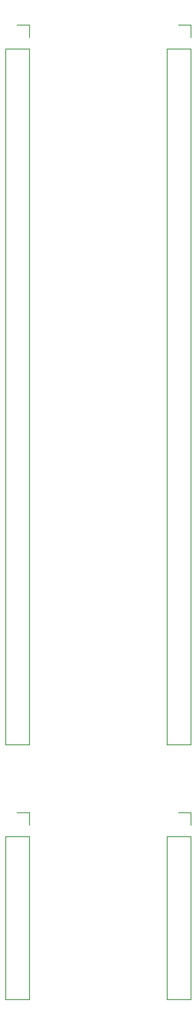
<source format=gbr>
G04 #@! TF.GenerationSoftware,KiCad,Pcbnew,(5.1.8)-1*
G04 #@! TF.CreationDate,2022-11-03T13:18:07-06:00*
G04 #@! TF.ProjectId,Breadboard Adapter,42726561-6462-46f6-9172-642041646170,rev?*
G04 #@! TF.SameCoordinates,Original*
G04 #@! TF.FileFunction,Legend,Bot*
G04 #@! TF.FilePolarity,Positive*
%FSLAX46Y46*%
G04 Gerber Fmt 4.6, Leading zero omitted, Abs format (unit mm)*
G04 Created by KiCad (PCBNEW (5.1.8)-1) date 2022-11-03 13:18:07*
%MOMM*%
%LPD*%
G01*
G04 APERTURE LIST*
%ADD10C,0.120000*%
G04 APERTURE END LIST*
D10*
G04 #@! TO.C,J6*
X113090000Y-123130000D02*
X111760000Y-123130000D01*
X113090000Y-124460000D02*
X113090000Y-123130000D01*
X113090000Y-125730000D02*
X110430000Y-125730000D01*
X110430000Y-125730000D02*
X110430000Y-143570000D01*
X113090000Y-125730000D02*
X113090000Y-143570000D01*
X113090000Y-143570000D02*
X110430000Y-143570000D01*
G04 #@! TO.C,J5*
X95310000Y-123130000D02*
X93980000Y-123130000D01*
X95310000Y-124460000D02*
X95310000Y-123130000D01*
X95310000Y-125730000D02*
X92650000Y-125730000D01*
X92650000Y-125730000D02*
X92650000Y-143570000D01*
X95310000Y-125730000D02*
X95310000Y-143570000D01*
X95310000Y-143570000D02*
X92650000Y-143570000D01*
G04 #@! TO.C,J4*
X113090000Y-36770000D02*
X111760000Y-36770000D01*
X113090000Y-38100000D02*
X113090000Y-36770000D01*
X113090000Y-39370000D02*
X110430000Y-39370000D01*
X110430000Y-39370000D02*
X110430000Y-115630000D01*
X113090000Y-39370000D02*
X113090000Y-115630000D01*
X113090000Y-115630000D02*
X110430000Y-115630000D01*
G04 #@! TO.C,J3*
X95310000Y-36770000D02*
X93980000Y-36770000D01*
X95310000Y-38100000D02*
X95310000Y-36770000D01*
X95310000Y-39370000D02*
X92650000Y-39370000D01*
X92650000Y-39370000D02*
X92650000Y-115630000D01*
X95310000Y-39370000D02*
X95310000Y-115630000D01*
X95310000Y-115630000D02*
X92650000Y-115630000D01*
G04 #@! TD*
M02*

</source>
